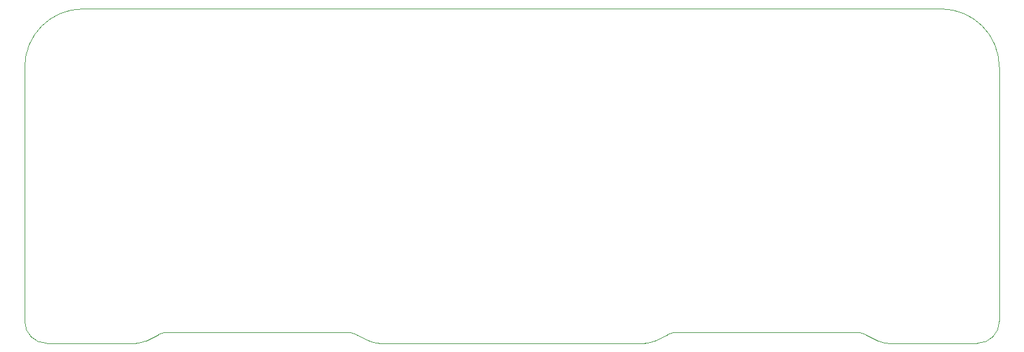
<source format=gm1>
G04*
G04 #@! TF.GenerationSoftware,Altium Limited,Altium Designer,21.1.1 (26)*
G04*
G04 Layer_Color=16711935*
%FSLAX24Y24*%
%MOIN*%
G70*
G04*
G04 #@! TF.SameCoordinates,5E4DD114-A7E0-4D59-9A99-9927C2522E00*
G04*
G04*
G04 #@! TF.FilePolarity,Positive*
G04*
G01*
G75*
%ADD99C,0.0039*%
D99*
X-20358Y-18110D02*
G03*
X-19829Y-17986I0J1181D01*
G01*
X-26378Y-16929D02*
G03*
X-25197Y-18110I1181J0D01*
G01*
X-18619Y-17520D02*
G03*
X-19147Y-17644I0J-1181D01*
G01*
X-23228Y-0D02*
G03*
X-26378Y-3150I0J-3150D01*
G01*
X-7730Y-17986D02*
G03*
X-7201Y-18110I528J1056D01*
G01*
X7201D02*
G03*
X7730Y-17986I0J1181D01*
G01*
X-8412Y-17644D02*
G03*
X-8940Y-17520I-528J-1056D01*
G01*
X8940D02*
G03*
X8412Y-17644I0J-1181D01*
G01*
X19829Y-17986D02*
G03*
X20358Y-18110I528J1056D01*
G01*
X19147Y-17644D02*
G03*
X18619Y-17520I-528J-1056D01*
G01*
X25197Y-18110D02*
G03*
X26378Y-16929I0J1181D01*
G01*
Y-3150D02*
G03*
X23228Y-0I-3150J0D01*
G01*
X-25197Y-18110D02*
X-20358D01*
X-19829Y-17986D02*
X-19147Y-17644D01*
X-26378Y-16929D02*
Y-3150D01*
X7730Y-17986D02*
X8412Y-17644D01*
X-8412D02*
X-7730Y-17986D01*
X-7201Y-18110D02*
X7201D01*
X8940Y-17520D02*
X18619D01*
X-18619D02*
X-8940D01*
X20358Y-18110D02*
X25197D01*
X26378Y-16929D02*
Y-3150D01*
X19147Y-17644D02*
X19829Y-17986D01*
X-23228Y-0D02*
X23228D01*
M02*

</source>
